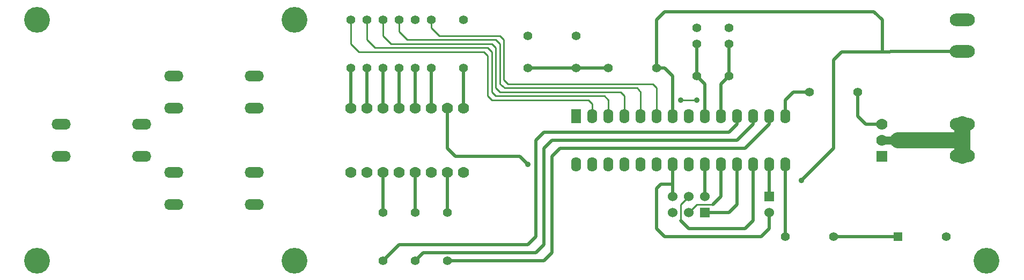
<source format=gtl>
G04 (created by PCBNEW (2013-june-11)-stable) date Thu 27 Nov 2014 20:22:07 CET*
%MOIN*%
G04 Gerber Fmt 3.4, Leading zero omitted, Abs format*
%FSLAX34Y34*%
G01*
G70*
G90*
G04 APERTURE LIST*
%ADD10C,0.00590551*%
%ADD11C,0.16*%
%ADD12O,0.12X0.068*%
%ADD13C,0.07*%
%ADD14O,0.156X0.078*%
%ADD15C,0.055*%
%ADD16R,0.06X0.06*%
%ADD17C,0.06*%
%ADD18C,0.056*%
%ADD19R,0.056X0.056*%
%ADD20O,0.062X0.09*%
%ADD21R,0.062X0.09*%
%ADD22R,0.07X0.07*%
%ADD23C,0.035*%
%ADD24C,0.02*%
%ADD25C,0.01*%
%ADD26C,0.05*%
%ADD27C,0.1*%
G04 APERTURE END LIST*
G54D10*
G54D11*
X76500Y-52500D03*
X76500Y-67500D03*
G54D12*
X67000Y-59000D03*
X67000Y-61000D03*
X62000Y-59000D03*
X62000Y-61000D03*
X74000Y-62000D03*
X74000Y-64000D03*
X69000Y-62000D03*
X69000Y-64000D03*
X74000Y-56000D03*
X74000Y-58000D03*
X69000Y-56000D03*
X69000Y-58000D03*
G54D13*
X80000Y-62000D03*
X81000Y-62000D03*
X82000Y-62000D03*
X83000Y-62000D03*
X84000Y-62000D03*
X85000Y-62000D03*
X86000Y-62000D03*
X87000Y-62000D03*
X87000Y-58000D03*
X86000Y-58000D03*
X85000Y-58000D03*
X84000Y-58000D03*
X83000Y-58000D03*
X82000Y-58000D03*
X81000Y-58000D03*
X80000Y-58000D03*
G54D14*
X118000Y-60990D03*
X118000Y-59020D03*
X118000Y-54490D03*
X118000Y-52520D03*
G54D15*
X94000Y-55500D03*
X94000Y-53500D03*
X91000Y-55500D03*
X91000Y-53500D03*
G54D16*
X102000Y-64500D03*
G54D17*
X102000Y-63500D03*
X101000Y-64500D03*
X101000Y-63500D03*
X100000Y-64500D03*
X100000Y-63500D03*
G54D16*
X106000Y-63500D03*
G54D17*
X106000Y-64500D03*
G54D18*
X101500Y-56000D03*
X103500Y-56000D03*
G54D15*
X103500Y-53000D03*
X103500Y-54000D03*
X101500Y-53000D03*
X101500Y-54000D03*
G54D19*
X114000Y-66000D03*
G54D18*
X117000Y-66000D03*
G54D20*
X95000Y-58500D03*
X96000Y-58500D03*
X97000Y-58500D03*
X98000Y-58500D03*
X99000Y-58500D03*
X100000Y-58500D03*
X101000Y-58500D03*
X102000Y-58500D03*
X103000Y-58500D03*
X104000Y-58500D03*
X105000Y-58500D03*
X106000Y-58500D03*
X107000Y-58500D03*
G54D21*
X94000Y-58500D03*
G54D20*
X107000Y-61500D03*
X106000Y-61500D03*
X105000Y-61500D03*
X104000Y-61500D03*
X103000Y-61500D03*
X102000Y-61500D03*
X101000Y-61500D03*
X100000Y-61500D03*
X99000Y-61500D03*
X98000Y-61500D03*
X97000Y-61500D03*
X96000Y-61500D03*
X95000Y-61500D03*
X94000Y-61500D03*
G54D15*
X82000Y-67500D03*
X82000Y-64500D03*
X110000Y-66000D03*
X107000Y-66000D03*
X86000Y-67500D03*
X86000Y-64500D03*
X81000Y-52500D03*
X81000Y-55500D03*
X85000Y-52500D03*
X85000Y-55500D03*
X84000Y-67500D03*
X84000Y-64500D03*
X83000Y-52500D03*
X83000Y-55500D03*
X80000Y-52500D03*
X80000Y-55500D03*
X82000Y-52500D03*
X82000Y-55500D03*
X87000Y-52500D03*
X87000Y-55500D03*
X84000Y-52500D03*
X84000Y-55500D03*
X96000Y-55500D03*
X99000Y-55500D03*
X108500Y-57000D03*
X111500Y-57000D03*
G54D13*
X113000Y-59000D03*
X113000Y-60000D03*
G54D22*
X113000Y-61000D03*
G54D11*
X60500Y-52500D03*
X60500Y-67500D03*
X119500Y-67500D03*
G54D23*
X108000Y-62500D03*
X101500Y-57500D03*
X100500Y-57500D03*
X91000Y-61500D03*
G54D24*
X113020Y-54000D02*
X113020Y-54500D01*
X99500Y-52000D02*
X99000Y-52500D01*
X112500Y-52000D02*
X99500Y-52000D01*
X113020Y-52520D02*
X112500Y-52000D01*
X113020Y-54000D02*
X113020Y-52520D01*
X99000Y-55500D02*
X99000Y-52500D01*
X113020Y-54500D02*
X113000Y-54500D01*
X108000Y-62500D02*
X110000Y-60500D01*
X110000Y-60500D02*
X110000Y-55000D01*
X110000Y-55000D02*
X110500Y-54500D01*
X110500Y-54500D02*
X113000Y-54500D01*
X113500Y-54500D02*
X113510Y-54490D01*
X118000Y-54490D02*
X113510Y-54490D01*
X113000Y-54500D02*
X113500Y-54500D01*
X100000Y-58500D02*
X100000Y-56000D01*
X99500Y-55500D02*
X99000Y-55500D01*
X100000Y-56000D02*
X99500Y-55500D01*
X102000Y-61500D02*
X102000Y-63500D01*
X100000Y-62750D02*
X99250Y-62750D01*
X106000Y-65500D02*
X106000Y-64500D01*
X105500Y-66000D02*
X106000Y-65500D01*
X99500Y-66000D02*
X105500Y-66000D01*
X99000Y-65500D02*
X99500Y-66000D01*
X99000Y-63000D02*
X99000Y-65500D01*
X99250Y-62750D02*
X99000Y-63000D01*
X100000Y-61500D02*
X100000Y-62750D01*
X100000Y-62750D02*
X100000Y-63500D01*
X102000Y-58500D02*
X102000Y-56500D01*
X102000Y-56500D02*
X101500Y-56000D01*
X101500Y-56000D02*
X101500Y-54000D01*
G54D25*
X95000Y-58500D02*
X95000Y-57750D01*
X80000Y-54000D02*
X80500Y-54500D01*
X80500Y-54500D02*
X88250Y-54500D01*
X80000Y-54000D02*
X80000Y-52500D01*
X88500Y-54750D02*
X88250Y-54500D01*
X88500Y-57250D02*
X88500Y-54750D01*
X88750Y-57500D02*
X88500Y-57250D01*
X94750Y-57500D02*
X88750Y-57500D01*
X95000Y-57750D02*
X94750Y-57500D01*
G54D26*
X113000Y-60000D02*
X114000Y-60000D01*
G54D27*
X114000Y-60000D02*
X118000Y-60000D01*
X118000Y-59020D02*
X118000Y-60000D01*
X118000Y-60000D02*
X118000Y-60990D01*
G54D24*
X82000Y-67500D02*
X83000Y-66500D01*
X104000Y-59000D02*
X104000Y-58500D01*
X103500Y-59500D02*
X104000Y-59000D01*
X92000Y-59500D02*
X103500Y-59500D01*
X91500Y-60000D02*
X92000Y-59500D01*
X91500Y-66000D02*
X91500Y-60000D01*
X91000Y-66500D02*
X91500Y-66000D01*
X83000Y-66500D02*
X91000Y-66500D01*
G54D25*
X88250Y-54250D02*
X88500Y-54250D01*
X96000Y-57500D02*
X95750Y-57250D01*
X95750Y-57250D02*
X89000Y-57250D01*
X89000Y-57250D02*
X88750Y-57000D01*
X88750Y-57000D02*
X88750Y-54500D01*
X88750Y-54500D02*
X88500Y-54250D01*
X96000Y-57500D02*
X96000Y-58500D01*
X81000Y-52500D02*
X81000Y-53750D01*
X81500Y-54250D02*
X88250Y-54250D01*
X88250Y-54250D02*
X88250Y-54250D01*
X81000Y-53750D02*
X81500Y-54250D01*
X97000Y-58500D02*
X97000Y-57250D01*
X82000Y-53500D02*
X82500Y-54000D01*
X82500Y-54000D02*
X88250Y-54000D01*
X82000Y-53500D02*
X82000Y-52500D01*
X88750Y-54000D02*
X88250Y-54000D01*
X89000Y-54250D02*
X88750Y-54000D01*
X89000Y-56750D02*
X89000Y-54250D01*
X89250Y-57000D02*
X89000Y-56750D01*
X96750Y-57000D02*
X89250Y-57000D01*
X97000Y-57250D02*
X96750Y-57000D01*
X98000Y-58500D02*
X98000Y-57000D01*
X83000Y-53250D02*
X83500Y-53750D01*
X83500Y-53750D02*
X88250Y-53750D01*
X83000Y-53250D02*
X83000Y-52500D01*
X89000Y-53750D02*
X88250Y-53750D01*
X89250Y-54000D02*
X89000Y-53750D01*
X89250Y-56500D02*
X89250Y-54000D01*
X89549Y-56750D02*
X89250Y-56500D01*
X97799Y-56750D02*
X89549Y-56750D01*
X98000Y-57000D02*
X97799Y-56750D01*
X89500Y-53750D02*
X89250Y-53500D01*
X99000Y-56750D02*
X98750Y-56500D01*
X98750Y-56500D02*
X89750Y-56500D01*
X89750Y-56500D02*
X89500Y-56250D01*
X89500Y-56250D02*
X89500Y-53750D01*
X99000Y-58500D02*
X99000Y-56750D01*
X89250Y-53500D02*
X88250Y-53500D01*
X85000Y-52500D02*
X85000Y-53000D01*
X85500Y-53500D02*
X88250Y-53500D01*
X88250Y-53500D02*
X88250Y-53500D01*
X85000Y-53000D02*
X85500Y-53500D01*
G54D24*
X110000Y-66000D02*
X114000Y-66000D01*
X107000Y-61500D02*
X107000Y-66000D01*
X106000Y-61500D02*
X106000Y-63500D01*
X107000Y-58500D02*
X107000Y-57500D01*
X107500Y-57000D02*
X108500Y-57000D01*
X107000Y-57500D02*
X107500Y-57000D01*
X111500Y-57000D02*
X111500Y-58500D01*
X112000Y-59000D02*
X113000Y-59000D01*
X111500Y-58500D02*
X112000Y-59000D01*
X80000Y-55500D02*
X80000Y-58000D01*
X82000Y-62000D02*
X82000Y-64500D01*
X84000Y-62000D02*
X84000Y-64500D01*
X86000Y-62000D02*
X86000Y-64500D01*
X87000Y-55500D02*
X87000Y-58000D01*
X85000Y-55500D02*
X85000Y-58000D01*
X84000Y-55500D02*
X84000Y-58000D01*
X83000Y-55500D02*
X83000Y-58000D01*
X82000Y-55500D02*
X82000Y-58000D01*
X81000Y-55500D02*
X81000Y-58000D01*
G54D25*
X101500Y-57500D02*
X100500Y-57500D01*
G54D24*
X96000Y-55500D02*
X94000Y-55500D01*
X94000Y-55500D02*
X91000Y-55500D01*
X84000Y-67500D02*
X84500Y-67000D01*
X105000Y-59000D02*
X105000Y-58500D01*
X104000Y-60000D02*
X105000Y-59000D01*
X92500Y-60000D02*
X104000Y-60000D01*
X92000Y-60500D02*
X92500Y-60000D01*
X92000Y-66500D02*
X92000Y-60500D01*
X91500Y-67000D02*
X92000Y-66500D01*
X84500Y-67000D02*
X91500Y-67000D01*
X106000Y-58500D02*
X106000Y-59000D01*
X92000Y-67500D02*
X86000Y-67500D01*
X92500Y-67000D02*
X92000Y-67500D01*
X92500Y-61000D02*
X92500Y-67000D01*
X93000Y-60500D02*
X92500Y-61000D01*
X104500Y-60500D02*
X93000Y-60500D01*
X106000Y-59000D02*
X104500Y-60500D01*
G54D25*
X101000Y-63500D02*
X100500Y-64000D01*
G54D24*
X105000Y-65000D02*
X105000Y-61500D01*
X104500Y-65500D02*
X105000Y-65000D01*
X101000Y-65500D02*
X104500Y-65500D01*
X100500Y-65000D02*
X101000Y-65500D01*
G54D25*
X100500Y-64000D02*
X100500Y-65000D01*
G54D24*
X102000Y-64500D02*
X103500Y-64500D01*
X104000Y-64000D02*
X104000Y-61500D01*
X103500Y-64500D02*
X104000Y-64000D01*
G54D25*
X101000Y-64500D02*
X101500Y-64000D01*
G54D24*
X103000Y-63500D02*
X103000Y-61500D01*
X102500Y-64000D02*
X103000Y-63500D01*
G54D25*
X101500Y-64000D02*
X102500Y-64000D01*
G54D24*
X103000Y-58500D02*
X103000Y-56500D01*
X103000Y-56500D02*
X103500Y-56000D01*
X103500Y-56000D02*
X103500Y-54000D01*
X86000Y-58000D02*
X86000Y-60500D01*
X90500Y-61000D02*
X91000Y-61500D01*
X86500Y-61000D02*
X90500Y-61000D01*
X86000Y-60500D02*
X86500Y-61000D01*
M02*

</source>
